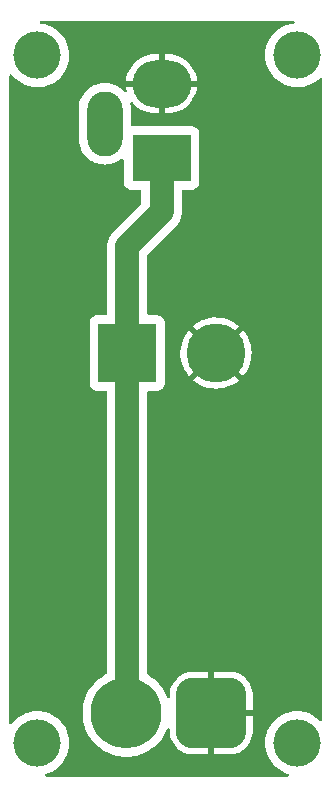
<source format=gbr>
%TF.GenerationSoftware,KiCad,Pcbnew,(6.0.8)*%
%TF.CreationDate,2023-01-13T10:11:11+02:00*%
%TF.ProjectId,xt60_adapter,78743630-5f61-4646-9170-7465722e6b69,rev?*%
%TF.SameCoordinates,Original*%
%TF.FileFunction,Copper,L2,Bot*%
%TF.FilePolarity,Positive*%
%FSLAX46Y46*%
G04 Gerber Fmt 4.6, Leading zero omitted, Abs format (unit mm)*
G04 Created by KiCad (PCBNEW (6.0.8)) date 2023-01-13 10:11:11*
%MOMM*%
%LPD*%
G01*
G04 APERTURE LIST*
G04 Aperture macros list*
%AMRoundRect*
0 Rectangle with rounded corners*
0 $1 Rounding radius*
0 $2 $3 $4 $5 $6 $7 $8 $9 X,Y pos of 4 corners*
0 Add a 4 corners polygon primitive as box body*
4,1,4,$2,$3,$4,$5,$6,$7,$8,$9,$2,$3,0*
0 Add four circle primitives for the rounded corners*
1,1,$1+$1,$2,$3*
1,1,$1+$1,$4,$5*
1,1,$1+$1,$6,$7*
1,1,$1+$1,$8,$9*
0 Add four rect primitives between the rounded corners*
20,1,$1+$1,$2,$3,$4,$5,0*
20,1,$1+$1,$4,$5,$6,$7,0*
20,1,$1+$1,$6,$7,$8,$9,0*
20,1,$1+$1,$8,$9,$2,$3,0*%
G04 Aperture macros list end*
%TA.AperFunction,ComponentPad*%
%ADD10R,5.000000X4.000000*%
%TD*%
%TA.AperFunction,ComponentPad*%
%ADD11O,5.000000X4.000000*%
%TD*%
%TA.AperFunction,ComponentPad*%
%ADD12O,3.000000X5.500000*%
%TD*%
%TA.AperFunction,ComponentPad*%
%ADD13R,5.000000X5.000000*%
%TD*%
%TA.AperFunction,ComponentPad*%
%ADD14C,5.000000*%
%TD*%
%TA.AperFunction,ComponentPad*%
%ADD15RoundRect,1.500000X1.500000X1.500000X-1.500000X1.500000X-1.500000X-1.500000X1.500000X-1.500000X0*%
%TD*%
%TA.AperFunction,ComponentPad*%
%ADD16C,6.000000*%
%TD*%
%TA.AperFunction,ViaPad*%
%ADD17C,4.000000*%
%TD*%
%TA.AperFunction,Conductor*%
%ADD18C,2.000000*%
%TD*%
%TA.AperFunction,Conductor*%
%ADD19C,0.250000*%
%TD*%
G04 APERTURE END LIST*
D10*
%TO.P,J1,1*%
%TO.N,Net-(C1-Pad1)*%
X103520000Y-59690000D03*
D11*
%TO.P,J1,2*%
%TO.N,GND*%
X103520000Y-53390000D03*
D12*
%TO.P,J1,3*%
%TO.N,unconnected-(J1-Pad3)*%
X98720000Y-56790000D03*
%TD*%
D13*
%TO.P,C1,1*%
%TO.N,Net-(C1-Pad1)*%
X100627246Y-76200000D03*
D14*
%TO.P,C1,2*%
%TO.N,GND*%
X108127246Y-76200000D03*
%TD*%
D15*
%TO.P,J2,1,Pin_1*%
%TO.N,GND*%
X107740000Y-106680000D03*
D16*
%TO.P,J2,2,Pin_2*%
%TO.N,Net-(C1-Pad1)*%
X100540000Y-106680000D03*
%TD*%
D17*
%TO.N,*%
X115000000Y-51000000D03*
X93000000Y-51000000D03*
X93000000Y-109220000D03*
X115000000Y-109220000D03*
%TD*%
D18*
%TO.N,Net-(C1-Pad1)*%
X100627246Y-76200000D02*
X100627246Y-106592754D01*
X103520000Y-64280000D02*
X100627246Y-67172754D01*
X100627246Y-67172754D02*
X100627246Y-76200000D01*
X103520000Y-59690000D02*
X103520000Y-64280000D01*
D19*
X100627246Y-106592754D02*
X100540000Y-106680000D01*
%TO.N,GND*%
X109550000Y-53350000D02*
X109510000Y-53390000D01*
X110000000Y-53800000D02*
X109550000Y-53350000D01*
X108127246Y-106292754D02*
X107740000Y-106680000D01*
%TD*%
%TA.AperFunction,Conductor*%
%TO.N,GND*%
G36*
X114738004Y-48082102D02*
G01*
X114784497Y-48135758D01*
X114794601Y-48206032D01*
X114765107Y-48270612D01*
X114705381Y-48308996D01*
X114689014Y-48312321D01*
X114689045Y-48312494D01*
X114368429Y-48369315D01*
X114364804Y-48370420D01*
X114364799Y-48370421D01*
X114163196Y-48431866D01*
X114056961Y-48464244D01*
X114053497Y-48465775D01*
X114053490Y-48465778D01*
X113869938Y-48546926D01*
X113759153Y-48595903D01*
X113755899Y-48597839D01*
X113755893Y-48597842D01*
X113733780Y-48610998D01*
X113479319Y-48762386D01*
X113221513Y-48961282D01*
X113218812Y-48963941D01*
X113218805Y-48963947D01*
X112992177Y-49187044D01*
X112989469Y-49189710D01*
X112987105Y-49192677D01*
X112987102Y-49192680D01*
X112830191Y-49389591D01*
X112786548Y-49444360D01*
X112615690Y-49721544D01*
X112479369Y-50017247D01*
X112478210Y-50020848D01*
X112478207Y-50020854D01*
X112469682Y-50047327D01*
X112379560Y-50327185D01*
X112378841Y-50330901D01*
X112378839Y-50330909D01*
X112318428Y-50643151D01*
X112318427Y-50643160D01*
X112317709Y-50646870D01*
X112317442Y-50650646D01*
X112317441Y-50650651D01*
X112299956Y-50897600D01*
X112294712Y-50971669D01*
X112310902Y-51296879D01*
X112311543Y-51300610D01*
X112311544Y-51300618D01*
X112356291Y-51561023D01*
X112366045Y-51617789D01*
X112367133Y-51621428D01*
X112367134Y-51621431D01*
X112390697Y-51700218D01*
X112459341Y-51929749D01*
X112589439Y-52228242D01*
X112754455Y-52508944D01*
X112756756Y-52511959D01*
X112949698Y-52764775D01*
X112949703Y-52764781D01*
X112951998Y-52767788D01*
X112954642Y-52770502D01*
X113163612Y-52985015D01*
X113179208Y-53001025D01*
X113432792Y-53205276D01*
X113436020Y-53207289D01*
X113683210Y-53361450D01*
X113709078Y-53377583D01*
X114004063Y-53515451D01*
X114039879Y-53527192D01*
X114307236Y-53614836D01*
X114313474Y-53616881D01*
X114632830Y-53680405D01*
X114636602Y-53680692D01*
X114636610Y-53680693D01*
X114953728Y-53704815D01*
X114953733Y-53704815D01*
X114957505Y-53705102D01*
X115282795Y-53690615D01*
X115603989Y-53637154D01*
X115916434Y-53545493D01*
X116215604Y-53416959D01*
X116218882Y-53415055D01*
X116218888Y-53415052D01*
X116382708Y-53319897D01*
X116497165Y-53253415D01*
X116757040Y-53057230D01*
X116926053Y-52894302D01*
X116988978Y-52861424D01*
X117059689Y-52867786D01*
X117115735Y-52911367D01*
X117139500Y-52985015D01*
X117139500Y-107236243D01*
X117119498Y-107304364D01*
X117065842Y-107350857D01*
X116995568Y-107360961D01*
X116930988Y-107331467D01*
X116924172Y-107325105D01*
X116802410Y-107202704D01*
X116799738Y-107200018D01*
X116631435Y-107067338D01*
X116547010Y-107000783D01*
X116544029Y-106998433D01*
X116265954Y-106829029D01*
X116147453Y-106775150D01*
X115972994Y-106695827D01*
X115972986Y-106695824D01*
X115969542Y-106694258D01*
X115659085Y-106596073D01*
X115517071Y-106569368D01*
X115342805Y-106536597D01*
X115342800Y-106536596D01*
X115339081Y-106535897D01*
X115014166Y-106514601D01*
X115010386Y-106514809D01*
X115010385Y-106514809D01*
X114913156Y-106520160D01*
X114689045Y-106532494D01*
X114685318Y-106533155D01*
X114685314Y-106533155D01*
X114426625Y-106579001D01*
X114368429Y-106589315D01*
X114364804Y-106590420D01*
X114364799Y-106590421D01*
X114163196Y-106651866D01*
X114056961Y-106684244D01*
X114053497Y-106685775D01*
X114053490Y-106685778D01*
X113869938Y-106766926D01*
X113759153Y-106815903D01*
X113755899Y-106817839D01*
X113755893Y-106817842D01*
X113530200Y-106952115D01*
X113479319Y-106982386D01*
X113221513Y-107181282D01*
X113218812Y-107183941D01*
X113218805Y-107183947D01*
X112992177Y-107407044D01*
X112989469Y-107409710D01*
X112987105Y-107412677D01*
X112987102Y-107412680D01*
X112830191Y-107609591D01*
X112786548Y-107664360D01*
X112615690Y-107941544D01*
X112479369Y-108237247D01*
X112478210Y-108240848D01*
X112478207Y-108240854D01*
X112442462Y-108351855D01*
X112379560Y-108547185D01*
X112378841Y-108550901D01*
X112378839Y-108550909D01*
X112318428Y-108863151D01*
X112318427Y-108863160D01*
X112317709Y-108866870D01*
X112317442Y-108870646D01*
X112317441Y-108870651D01*
X112294980Y-109187880D01*
X112294712Y-109191669D01*
X112310902Y-109516879D01*
X112311543Y-109520610D01*
X112311544Y-109520618D01*
X112338876Y-109679676D01*
X112366045Y-109837789D01*
X112367133Y-109841428D01*
X112367134Y-109841431D01*
X112434414Y-110066398D01*
X112459341Y-110149749D01*
X112460854Y-110153220D01*
X112460856Y-110153226D01*
X112527058Y-110305118D01*
X112589439Y-110448242D01*
X112754455Y-110728944D01*
X112756756Y-110731959D01*
X112949698Y-110984775D01*
X112949703Y-110984781D01*
X112951998Y-110987788D01*
X112954642Y-110990502D01*
X113163612Y-111205015D01*
X113179208Y-111221025D01*
X113432792Y-111425276D01*
X113709078Y-111597583D01*
X114004063Y-111735451D01*
X114007672Y-111736634D01*
X114242971Y-111813769D01*
X114301471Y-111853996D01*
X114328937Y-111919465D01*
X114316647Y-111989390D01*
X114268504Y-112041570D01*
X114203721Y-112059500D01*
X93791346Y-112059500D01*
X93723225Y-112039498D01*
X93676732Y-111985842D01*
X93666628Y-111915568D01*
X93696122Y-111850988D01*
X93755877Y-111812595D01*
X93916434Y-111765493D01*
X94215604Y-111636959D01*
X94218882Y-111635055D01*
X94218888Y-111635052D01*
X94382708Y-111539897D01*
X94497165Y-111473415D01*
X94757040Y-111277230D01*
X94926052Y-111114302D01*
X94988730Y-111053881D01*
X94988733Y-111053877D01*
X94991464Y-111051245D01*
X94993862Y-111048300D01*
X95194643Y-110801678D01*
X95194647Y-110801672D01*
X95197040Y-110798733D01*
X95370792Y-110523354D01*
X95510202Y-110229095D01*
X95613251Y-109920218D01*
X95678446Y-109601199D01*
X95704843Y-109276658D01*
X95705436Y-109220000D01*
X95701635Y-109156941D01*
X95686069Y-108898755D01*
X95686069Y-108898751D01*
X95685841Y-108894977D01*
X95681399Y-108870651D01*
X95628025Y-108578404D01*
X95627342Y-108574663D01*
X95530784Y-108263696D01*
X95397567Y-107966582D01*
X95229621Y-107687624D01*
X95227294Y-107684640D01*
X95227289Y-107684633D01*
X95031713Y-107433858D01*
X95031711Y-107433856D01*
X95029377Y-107430863D01*
X94799738Y-107200018D01*
X94631435Y-107067338D01*
X94547010Y-107000783D01*
X94544029Y-106998433D01*
X94265954Y-106829029D01*
X94147453Y-106775150D01*
X93972994Y-106695827D01*
X93972986Y-106695824D01*
X93969542Y-106694258D01*
X93659085Y-106596073D01*
X93517071Y-106569368D01*
X93342805Y-106536597D01*
X93342800Y-106536596D01*
X93339081Y-106535897D01*
X93014166Y-106514601D01*
X93010386Y-106514809D01*
X93010385Y-106514809D01*
X92913156Y-106520160D01*
X92689045Y-106532494D01*
X92685318Y-106533155D01*
X92685314Y-106533155D01*
X92426625Y-106579001D01*
X92368429Y-106589315D01*
X92364804Y-106590420D01*
X92364799Y-106590421D01*
X92163196Y-106651866D01*
X92056961Y-106684244D01*
X92053497Y-106685775D01*
X92053490Y-106685778D01*
X91869938Y-106766926D01*
X91759153Y-106815903D01*
X91755899Y-106817839D01*
X91755893Y-106817842D01*
X91530200Y-106952115D01*
X91479319Y-106982386D01*
X91221513Y-107181282D01*
X91218812Y-107183941D01*
X91218805Y-107183947D01*
X90992177Y-107407044D01*
X90989469Y-107409710D01*
X90987105Y-107412677D01*
X90987102Y-107412680D01*
X90865040Y-107565859D01*
X90806945Y-107606668D01*
X90736008Y-107609591D01*
X90674753Y-107573698D01*
X90642626Y-107510386D01*
X90640500Y-107487336D01*
X90640500Y-58114151D01*
X96519500Y-58114151D01*
X96533948Y-58331682D01*
X96591728Y-58618239D01*
X96686900Y-58894637D01*
X96817791Y-59156020D01*
X96982101Y-59397795D01*
X97176945Y-59615716D01*
X97398898Y-59805953D01*
X97402400Y-59808227D01*
X97402401Y-59808228D01*
X97575090Y-59920373D01*
X97644062Y-59965164D01*
X97908129Y-60090552D01*
X97912112Y-60091831D01*
X97912115Y-60091832D01*
X98072373Y-60143285D01*
X98186459Y-60179914D01*
X98312148Y-60202529D01*
X98470060Y-60230943D01*
X98470066Y-60230944D01*
X98474164Y-60231681D01*
X98636515Y-60239053D01*
X98762017Y-60244752D01*
X98762022Y-60244752D01*
X98766187Y-60244941D01*
X98770335Y-60244578D01*
X98770340Y-60244578D01*
X98887410Y-60234336D01*
X99057399Y-60219464D01*
X99247144Y-60177051D01*
X99338595Y-60156609D01*
X99338598Y-60156608D01*
X99342683Y-60155695D01*
X99346608Y-60154251D01*
X99346611Y-60154250D01*
X99519736Y-60090552D01*
X99617027Y-60054756D01*
X99620715Y-60052812D01*
X99620723Y-60052808D01*
X99871908Y-59920373D01*
X99871909Y-59920372D01*
X99875612Y-59918420D01*
X100113893Y-59749082D01*
X100114568Y-59748453D01*
X100179293Y-59721195D01*
X100249234Y-59733388D01*
X100301481Y-59781459D01*
X100319500Y-59846391D01*
X100319501Y-61745992D01*
X100319764Y-61748850D01*
X100319764Y-61748859D01*
X100323015Y-61784243D01*
X100326171Y-61818594D01*
X100376873Y-61980383D01*
X100464703Y-62125408D01*
X100584592Y-62245297D01*
X100729617Y-62333127D01*
X100736864Y-62335398D01*
X100736866Y-62335399D01*
X100802106Y-62355844D01*
X100891406Y-62383829D01*
X100964007Y-62390500D01*
X101693500Y-62390500D01*
X101761621Y-62410502D01*
X101808114Y-62464158D01*
X101819500Y-62516500D01*
X101819500Y-63523440D01*
X101799498Y-63591561D01*
X101782595Y-63612535D01*
X99450875Y-65944255D01*
X99336188Y-66058343D01*
X99333346Y-66062191D01*
X99333345Y-66062192D01*
X99299127Y-66108520D01*
X99293372Y-66115742D01*
X99252732Y-66163073D01*
X99250207Y-66167122D01*
X99250198Y-66167134D01*
X99222249Y-66211950D01*
X99216698Y-66220120D01*
X99182476Y-66266452D01*
X99180250Y-66270683D01*
X99180245Y-66270691D01*
X99153433Y-66321654D01*
X99148846Y-66329648D01*
X99115822Y-66382600D01*
X99113932Y-66386998D01*
X99113932Y-66386999D01*
X99093083Y-66435527D01*
X99088823Y-66444458D01*
X99062012Y-66495417D01*
X99060453Y-66499933D01*
X99060450Y-66499939D01*
X99041658Y-66554362D01*
X99038327Y-66562974D01*
X99013693Y-66620311D01*
X99012490Y-66624946D01*
X99012489Y-66624949D01*
X98999223Y-66676064D01*
X98996363Y-66685536D01*
X98977567Y-66739969D01*
X98976708Y-66744675D01*
X98976707Y-66744677D01*
X98966358Y-66801342D01*
X98964367Y-66810357D01*
X98950721Y-66862936D01*
X98948697Y-66870735D01*
X98948210Y-66875489D01*
X98942828Y-66928020D01*
X98941434Y-66937814D01*
X98931085Y-66994480D01*
X98926746Y-67077273D01*
X98926746Y-67078945D01*
X98926703Y-67080578D01*
X98926642Y-67080576D01*
X98926090Y-67091380D01*
X98922327Y-67128109D01*
X98922565Y-67132890D01*
X98922565Y-67132891D01*
X98926590Y-67213747D01*
X98926746Y-67220011D01*
X98926746Y-72873501D01*
X98906744Y-72941622D01*
X98853088Y-72988115D01*
X98800746Y-72999501D01*
X98071254Y-72999501D01*
X98068396Y-72999764D01*
X98068387Y-72999764D01*
X98033003Y-73003015D01*
X97998652Y-73006171D01*
X97992274Y-73008170D01*
X97992273Y-73008170D01*
X97844112Y-73054601D01*
X97844110Y-73054602D01*
X97836863Y-73056873D01*
X97691838Y-73144703D01*
X97571949Y-73264592D01*
X97484119Y-73409617D01*
X97433417Y-73571406D01*
X97426746Y-73644007D01*
X97426747Y-78755992D01*
X97427010Y-78758850D01*
X97427010Y-78758859D01*
X97430261Y-78794243D01*
X97433417Y-78828594D01*
X97435416Y-78834972D01*
X97435416Y-78834973D01*
X97459237Y-78910984D01*
X97484119Y-78990383D01*
X97571949Y-79135408D01*
X97691838Y-79255297D01*
X97836863Y-79343127D01*
X97844110Y-79345398D01*
X97844112Y-79345399D01*
X97909352Y-79365844D01*
X97998652Y-79393829D01*
X98071253Y-79400500D01*
X98800746Y-79400500D01*
X98868867Y-79420502D01*
X98915360Y-79474158D01*
X98926746Y-79526500D01*
X98926746Y-103271613D01*
X98906744Y-103339734D01*
X98857950Y-103383879D01*
X98687211Y-103470875D01*
X98361916Y-103682124D01*
X98060484Y-103926219D01*
X97786219Y-104200484D01*
X97542124Y-104501916D01*
X97330875Y-104827211D01*
X97154786Y-105172806D01*
X97015786Y-105534913D01*
X96915398Y-105909567D01*
X96854722Y-106292662D01*
X96834422Y-106680000D01*
X96854722Y-107067338D01*
X96915398Y-107450433D01*
X97015786Y-107825087D01*
X97016971Y-107828175D01*
X97016972Y-107828177D01*
X97059250Y-107938314D01*
X97154786Y-108187194D01*
X97330875Y-108532789D01*
X97542124Y-108858084D01*
X97786219Y-109159516D01*
X98060484Y-109433781D01*
X98361916Y-109677876D01*
X98687211Y-109889125D01*
X99032806Y-110065214D01*
X99227687Y-110140022D01*
X99352672Y-110187999D01*
X99394913Y-110204214D01*
X99769567Y-110304602D01*
X99973201Y-110336854D01*
X100149414Y-110364764D01*
X100149422Y-110364765D01*
X100152662Y-110365278D01*
X100540000Y-110385578D01*
X100927338Y-110365278D01*
X100930578Y-110364765D01*
X100930586Y-110364764D01*
X101106799Y-110336854D01*
X101310433Y-110304602D01*
X101685087Y-110204214D01*
X101727329Y-110187999D01*
X101852313Y-110140022D01*
X102047194Y-110065214D01*
X102392789Y-109889125D01*
X102718084Y-109677876D01*
X103019516Y-109433781D01*
X103293781Y-109159516D01*
X103537876Y-108858084D01*
X103749125Y-108532789D01*
X103925214Y-108187194D01*
X103988370Y-108022667D01*
X104031456Y-107966239D01*
X104098209Y-107942062D01*
X104167436Y-107957813D01*
X104217158Y-108008491D01*
X104232001Y-108067821D01*
X104232001Y-108290915D01*
X104232061Y-108293672D01*
X104234601Y-108351855D01*
X104235317Y-108358972D01*
X104277999Y-108628453D01*
X104279978Y-108637023D01*
X104359504Y-108897143D01*
X104362655Y-108905353D01*
X104477613Y-109151882D01*
X104481876Y-109159572D01*
X104630024Y-109387700D01*
X104635314Y-109394719D01*
X104813783Y-109600024D01*
X104819976Y-109606217D01*
X105025281Y-109784686D01*
X105032300Y-109789976D01*
X105260428Y-109938124D01*
X105268118Y-109942387D01*
X105514647Y-110057345D01*
X105522857Y-110060496D01*
X105782977Y-110140022D01*
X105791547Y-110142001D01*
X106061044Y-110184685D01*
X106068128Y-110185399D01*
X106126331Y-110187940D01*
X106129083Y-110188000D01*
X107467885Y-110188000D01*
X107483124Y-110183525D01*
X107484329Y-110182135D01*
X107486000Y-110174452D01*
X107486000Y-110169884D01*
X107994000Y-110169884D01*
X107998475Y-110185123D01*
X107999865Y-110186328D01*
X108007548Y-110187999D01*
X109350915Y-110187999D01*
X109353672Y-110187939D01*
X109411855Y-110185399D01*
X109418972Y-110184683D01*
X109688453Y-110142001D01*
X109697023Y-110140022D01*
X109957143Y-110060496D01*
X109965353Y-110057345D01*
X110211882Y-109942387D01*
X110219572Y-109938124D01*
X110447700Y-109789976D01*
X110454719Y-109784686D01*
X110660024Y-109606217D01*
X110666217Y-109600024D01*
X110844686Y-109394719D01*
X110849976Y-109387700D01*
X110998124Y-109159572D01*
X111002387Y-109151882D01*
X111117345Y-108905353D01*
X111120496Y-108897143D01*
X111200022Y-108637023D01*
X111202001Y-108628453D01*
X111244685Y-108358956D01*
X111245399Y-108351872D01*
X111247940Y-108293669D01*
X111248000Y-108290917D01*
X111248000Y-106952115D01*
X111243525Y-106936876D01*
X111242135Y-106935671D01*
X111234452Y-106934000D01*
X108012115Y-106934000D01*
X107996876Y-106938475D01*
X107995671Y-106939865D01*
X107994000Y-106947548D01*
X107994000Y-110169884D01*
X107486000Y-110169884D01*
X107486000Y-106407885D01*
X107994000Y-106407885D01*
X107998475Y-106423124D01*
X107999865Y-106424329D01*
X108007548Y-106426000D01*
X111229884Y-106426000D01*
X111245123Y-106421525D01*
X111246328Y-106420135D01*
X111247999Y-106412452D01*
X111247999Y-105069086D01*
X111247939Y-105066328D01*
X111245399Y-105008145D01*
X111244683Y-105001028D01*
X111202001Y-104731547D01*
X111200022Y-104722977D01*
X111120496Y-104462857D01*
X111117345Y-104454647D01*
X111002387Y-104208118D01*
X110998124Y-104200428D01*
X110849976Y-103972300D01*
X110844686Y-103965281D01*
X110666217Y-103759976D01*
X110660024Y-103753783D01*
X110454719Y-103575314D01*
X110447700Y-103570024D01*
X110219572Y-103421876D01*
X110211882Y-103417613D01*
X109965353Y-103302655D01*
X109957143Y-103299504D01*
X109697023Y-103219978D01*
X109688453Y-103217999D01*
X109418956Y-103175315D01*
X109411872Y-103174601D01*
X109353669Y-103172060D01*
X109350917Y-103172000D01*
X108012115Y-103172000D01*
X107996876Y-103176475D01*
X107995671Y-103177865D01*
X107994000Y-103185548D01*
X107994000Y-106407885D01*
X107486000Y-106407885D01*
X107486000Y-103190116D01*
X107481525Y-103174877D01*
X107480135Y-103173672D01*
X107472452Y-103172001D01*
X106129086Y-103172001D01*
X106126328Y-103172061D01*
X106068145Y-103174601D01*
X106061028Y-103175317D01*
X105791547Y-103217999D01*
X105782977Y-103219978D01*
X105522857Y-103299504D01*
X105514647Y-103302655D01*
X105268118Y-103417613D01*
X105260428Y-103421876D01*
X105032300Y-103570024D01*
X105025281Y-103575314D01*
X104819976Y-103753783D01*
X104813783Y-103759976D01*
X104635314Y-103965281D01*
X104630024Y-103972300D01*
X104481876Y-104200428D01*
X104477613Y-104208118D01*
X104362655Y-104454647D01*
X104359504Y-104462857D01*
X104279978Y-104722977D01*
X104277999Y-104731547D01*
X104235315Y-105001044D01*
X104234601Y-105008128D01*
X104232060Y-105066331D01*
X104232000Y-105069083D01*
X104232000Y-105292176D01*
X104211998Y-105360297D01*
X104158342Y-105406790D01*
X104088068Y-105416894D01*
X104023488Y-105387400D01*
X103988369Y-105337330D01*
X103926398Y-105175891D01*
X103925214Y-105172806D01*
X103749125Y-104827211D01*
X103537876Y-104501916D01*
X103293781Y-104200484D01*
X103019516Y-103926219D01*
X102718084Y-103682124D01*
X102545465Y-103570024D01*
X102395563Y-103472676D01*
X102395557Y-103472672D01*
X102392789Y-103470875D01*
X102390633Y-103469776D01*
X102341753Y-103418514D01*
X102327746Y-103360776D01*
X102327746Y-79526499D01*
X102347748Y-79458378D01*
X102401404Y-79411885D01*
X102453746Y-79400499D01*
X103183238Y-79400499D01*
X103186096Y-79400236D01*
X103186105Y-79400236D01*
X103221489Y-79396985D01*
X103255840Y-79393829D01*
X103262225Y-79391828D01*
X103410380Y-79345399D01*
X103410382Y-79345398D01*
X103417629Y-79343127D01*
X103562654Y-79255297D01*
X103682543Y-79135408D01*
X103770373Y-78990383D01*
X103821075Y-78828594D01*
X103827746Y-78755993D01*
X103827746Y-78501681D01*
X106191106Y-78501681D01*
X106191124Y-78501933D01*
X106197039Y-78510677D01*
X106228357Y-78539174D01*
X106233994Y-78543738D01*
X106509790Y-78741918D01*
X106515928Y-78745813D01*
X106812681Y-78910984D01*
X106819201Y-78914136D01*
X107132984Y-79044109D01*
X107139835Y-79046495D01*
X107466458Y-79139536D01*
X107473547Y-79141120D01*
X107808711Y-79196006D01*
X107815917Y-79196763D01*
X108155172Y-79212762D01*
X108162422Y-79212686D01*
X108501256Y-79189587D01*
X108508465Y-79188676D01*
X108842406Y-79126784D01*
X108849436Y-79125057D01*
X109174065Y-79025187D01*
X109180843Y-79022667D01*
X109491849Y-78886145D01*
X109498289Y-78882864D01*
X109791539Y-78711502D01*
X109797572Y-78707493D01*
X110056074Y-78513405D01*
X110064528Y-78502078D01*
X110057783Y-78489748D01*
X108140056Y-76572020D01*
X108126115Y-76564408D01*
X108124280Y-76564539D01*
X108117666Y-76568790D01*
X106198720Y-78487737D01*
X106191106Y-78501681D01*
X103827746Y-78501681D01*
X103827745Y-76108987D01*
X105115730Y-76108987D01*
X105124620Y-76448505D01*
X105125226Y-76455721D01*
X105173081Y-76791963D01*
X105174515Y-76799074D01*
X105260701Y-77127595D01*
X105262938Y-77134478D01*
X105386310Y-77450914D01*
X105389327Y-77457503D01*
X105548248Y-77757652D01*
X105552007Y-77763860D01*
X105744375Y-78043757D01*
X105748820Y-78049486D01*
X105815989Y-78126484D01*
X105829163Y-78134888D01*
X105839015Y-78129020D01*
X107755226Y-76212810D01*
X107761603Y-76201131D01*
X108491654Y-76201131D01*
X108491785Y-76202966D01*
X108496036Y-76209580D01*
X110413514Y-78127057D01*
X110426868Y-78134349D01*
X110436840Y-78127295D01*
X110543887Y-77999267D01*
X110548203Y-77993456D01*
X110734678Y-77709575D01*
X110738292Y-77703313D01*
X110890904Y-77399882D01*
X110893776Y-77393244D01*
X111010495Y-77074293D01*
X111012591Y-77067351D01*
X111091877Y-76737103D01*
X111093161Y-76729964D01*
X111134062Y-76391973D01*
X111134486Y-76386403D01*
X111140256Y-76202797D01*
X111140183Y-76197204D01*
X111120584Y-75857303D01*
X111119752Y-75850113D01*
X111061359Y-75515529D01*
X111059704Y-75508474D01*
X110963244Y-75182834D01*
X110960786Y-75176006D01*
X110827536Y-74863608D01*
X110824319Y-74857125D01*
X110656034Y-74562089D01*
X110652102Y-74556034D01*
X110451020Y-74282295D01*
X110446412Y-74276726D01*
X110441076Y-74270984D01*
X110427424Y-74262866D01*
X110426816Y-74262887D01*
X110418338Y-74268119D01*
X108499266Y-76187190D01*
X108491654Y-76201131D01*
X107761603Y-76201131D01*
X107762838Y-76198869D01*
X107762707Y-76197034D01*
X107758456Y-76190420D01*
X105839620Y-74271585D01*
X105826827Y-74264599D01*
X105816073Y-74272464D01*
X105655283Y-74477527D01*
X105651148Y-74483476D01*
X105473686Y-74773068D01*
X105470265Y-74779447D01*
X105327262Y-75087522D01*
X105324602Y-75094241D01*
X105217957Y-75416707D01*
X105216080Y-75423711D01*
X105147207Y-75756288D01*
X105146150Y-75763449D01*
X105115958Y-76101735D01*
X105115730Y-76108987D01*
X103827745Y-76108987D01*
X103827745Y-73901048D01*
X106192378Y-73901048D01*
X106198773Y-73912316D01*
X108114436Y-75827980D01*
X108128377Y-75835592D01*
X108130212Y-75835461D01*
X108136826Y-75831210D01*
X110054320Y-73913716D01*
X110061712Y-73900179D01*
X110054925Y-73890479D01*
X109951722Y-73802335D01*
X109945950Y-73797953D01*
X109664042Y-73608519D01*
X109657821Y-73604839D01*
X109356003Y-73449060D01*
X109349392Y-73446116D01*
X109031685Y-73326065D01*
X109024759Y-73323894D01*
X108695358Y-73241155D01*
X108688251Y-73239799D01*
X108351524Y-73195468D01*
X108344282Y-73194937D01*
X108004713Y-73189602D01*
X107997451Y-73189906D01*
X107659502Y-73223638D01*
X107652354Y-73224770D01*
X107320509Y-73297124D01*
X107313531Y-73299072D01*
X106992206Y-73409086D01*
X106985499Y-73411823D01*
X106678953Y-73558039D01*
X106672595Y-73561534D01*
X106384900Y-73742005D01*
X106378977Y-73746214D01*
X106200847Y-73888923D01*
X106192378Y-73901048D01*
X103827745Y-73901048D01*
X103827745Y-73644008D01*
X103827480Y-73641116D01*
X103821686Y-73578060D01*
X103821075Y-73571406D01*
X103770373Y-73409617D01*
X103682543Y-73264592D01*
X103562654Y-73144703D01*
X103417629Y-73056873D01*
X103410382Y-73054602D01*
X103410380Y-73054601D01*
X103345140Y-73034156D01*
X103255840Y-73006171D01*
X103183239Y-72999500D01*
X102453746Y-72999500D01*
X102385625Y-72979498D01*
X102339132Y-72925842D01*
X102327746Y-72873500D01*
X102327746Y-67929314D01*
X102347748Y-67861193D01*
X102364651Y-67840219D01*
X104696371Y-65508499D01*
X104807663Y-65397788D01*
X104811058Y-65394411D01*
X104848120Y-65344233D01*
X104853875Y-65337011D01*
X104891401Y-65293307D01*
X104891403Y-65293304D01*
X104894514Y-65289681D01*
X104897039Y-65285632D01*
X104897048Y-65285620D01*
X104924997Y-65240804D01*
X104930548Y-65232634D01*
X104964770Y-65186302D01*
X104966996Y-65182071D01*
X104967001Y-65182063D01*
X104993813Y-65131100D01*
X104998400Y-65123106D01*
X105031424Y-65070154D01*
X105054163Y-65017226D01*
X105058423Y-65008296D01*
X105083007Y-64961570D01*
X105083007Y-64961569D01*
X105085234Y-64957337D01*
X105086793Y-64952821D01*
X105086796Y-64952815D01*
X105105588Y-64898392D01*
X105108919Y-64889780D01*
X105131663Y-64836841D01*
X105133553Y-64832443D01*
X105148023Y-64776689D01*
X105150883Y-64767217D01*
X105168115Y-64717313D01*
X105169679Y-64712785D01*
X105180888Y-64651412D01*
X105182879Y-64642397D01*
X105197347Y-64586650D01*
X105198549Y-64582019D01*
X105204418Y-64524731D01*
X105205812Y-64514938D01*
X105215436Y-64462241D01*
X105216161Y-64458274D01*
X105220500Y-64375481D01*
X105220500Y-64373809D01*
X105220543Y-64372176D01*
X105220604Y-64372178D01*
X105221156Y-64361371D01*
X105224431Y-64329404D01*
X105224919Y-64324645D01*
X105220656Y-64239007D01*
X105220500Y-64232743D01*
X105220500Y-62516499D01*
X105240502Y-62448378D01*
X105294158Y-62401885D01*
X105346500Y-62390499D01*
X106075992Y-62390499D01*
X106078850Y-62390236D01*
X106078859Y-62390236D01*
X106114243Y-62386985D01*
X106148594Y-62383829D01*
X106154979Y-62381828D01*
X106303134Y-62335399D01*
X106303136Y-62335398D01*
X106310383Y-62333127D01*
X106455408Y-62245297D01*
X106575297Y-62125408D01*
X106663127Y-61980383D01*
X106713829Y-61818594D01*
X106720500Y-61745993D01*
X106720499Y-57634008D01*
X106713829Y-57561406D01*
X106663127Y-57399617D01*
X106575297Y-57254592D01*
X106455408Y-57134703D01*
X106310383Y-57046873D01*
X106303136Y-57044602D01*
X106303134Y-57044601D01*
X106237894Y-57024156D01*
X106148594Y-56996171D01*
X106075993Y-56989500D01*
X105902500Y-56989500D01*
X101046500Y-56989501D01*
X100978379Y-56969499D01*
X100931886Y-56915843D01*
X100920500Y-56863501D01*
X100920500Y-55465849D01*
X100918128Y-55430128D01*
X100906329Y-55252489D01*
X100906052Y-55248318D01*
X100879037Y-55114339D01*
X100885180Y-55043610D01*
X100928587Y-54987429D01*
X100995477Y-54963634D01*
X101064614Y-54979780D01*
X101094401Y-55003182D01*
X101297046Y-55218977D01*
X101302813Y-55224393D01*
X101539868Y-55420502D01*
X101546271Y-55425153D01*
X101806026Y-55589999D01*
X101812959Y-55593811D01*
X102091328Y-55724801D01*
X102098691Y-55727716D01*
X102391277Y-55822783D01*
X102398954Y-55824754D01*
X102701145Y-55882400D01*
X102709006Y-55883393D01*
X102939180Y-55897874D01*
X102943171Y-55898000D01*
X103247885Y-55898000D01*
X103263124Y-55893525D01*
X103264329Y-55892135D01*
X103266000Y-55884452D01*
X103266000Y-55879885D01*
X103774000Y-55879885D01*
X103778475Y-55895124D01*
X103779865Y-55896329D01*
X103787548Y-55898000D01*
X104096829Y-55898000D01*
X104100820Y-55897874D01*
X104330994Y-55883393D01*
X104338855Y-55882400D01*
X104641046Y-55824754D01*
X104648723Y-55822783D01*
X104941309Y-55727716D01*
X104948672Y-55724801D01*
X105227041Y-55593811D01*
X105233974Y-55589999D01*
X105493729Y-55425153D01*
X105500132Y-55420502D01*
X105737187Y-55224393D01*
X105742954Y-55218977D01*
X105953557Y-54994707D01*
X105958596Y-54988616D01*
X106139430Y-54739719D01*
X106143670Y-54733039D01*
X106291890Y-54463428D01*
X106295247Y-54456293D01*
X106408508Y-54170230D01*
X106410953Y-54162704D01*
X106487462Y-53864721D01*
X106488945Y-53856950D01*
X106513575Y-53661974D01*
X106511272Y-53647694D01*
X106498280Y-53644000D01*
X103792115Y-53644000D01*
X103776876Y-53648475D01*
X103775671Y-53649865D01*
X103774000Y-53657548D01*
X103774000Y-55879885D01*
X103266000Y-55879885D01*
X103266000Y-53662115D01*
X103261525Y-53646876D01*
X103260135Y-53645671D01*
X103252452Y-53644000D01*
X100542269Y-53644000D01*
X100528392Y-53648075D01*
X100526355Y-53661426D01*
X100551055Y-53856950D01*
X100552535Y-53864706D01*
X100576478Y-53957959D01*
X100574045Y-54028914D01*
X100533637Y-54087290D01*
X100468084Y-54114553D01*
X100398197Y-54102047D01*
X100360506Y-54073277D01*
X100265840Y-53967399D01*
X100263055Y-53964284D01*
X100041102Y-53774047D01*
X99871652Y-53664005D01*
X99799437Y-53617108D01*
X99799434Y-53617106D01*
X99795938Y-53614836D01*
X99531871Y-53489448D01*
X99527888Y-53488169D01*
X99527885Y-53488168D01*
X99328974Y-53424305D01*
X99253541Y-53400086D01*
X99117289Y-53375570D01*
X98969940Y-53349057D01*
X98969934Y-53349056D01*
X98965836Y-53348319D01*
X98803485Y-53340947D01*
X98677983Y-53335248D01*
X98677978Y-53335248D01*
X98673813Y-53335059D01*
X98669665Y-53335422D01*
X98669660Y-53335422D01*
X98552590Y-53345664D01*
X98382601Y-53360536D01*
X98208972Y-53399347D01*
X98101405Y-53423391D01*
X98101402Y-53423392D01*
X98097317Y-53424305D01*
X98093392Y-53425749D01*
X98093389Y-53425750D01*
X97975111Y-53469268D01*
X97822973Y-53525244D01*
X97819285Y-53527188D01*
X97819277Y-53527192D01*
X97572035Y-53657548D01*
X97564388Y-53661580D01*
X97326107Y-53830918D01*
X97112314Y-54030283D01*
X96926767Y-54256171D01*
X96772725Y-54504616D01*
X96652895Y-54771250D01*
X96651701Y-54775256D01*
X96570572Y-55047394D01*
X96570570Y-55047402D01*
X96569381Y-55051391D01*
X96568729Y-55055508D01*
X96568728Y-55055512D01*
X96524201Y-55336649D01*
X96523652Y-55340117D01*
X96523493Y-55343629D01*
X96520002Y-55420502D01*
X96519500Y-55431547D01*
X96519500Y-58114151D01*
X90640500Y-58114151D01*
X90640500Y-52732414D01*
X90660502Y-52664293D01*
X90714158Y-52617800D01*
X90784432Y-52607696D01*
X90849012Y-52637190D01*
X90866663Y-52655972D01*
X90951998Y-52767788D01*
X90954642Y-52770502D01*
X91163612Y-52985015D01*
X91179208Y-53001025D01*
X91432792Y-53205276D01*
X91436020Y-53207289D01*
X91683210Y-53361450D01*
X91709078Y-53377583D01*
X92004063Y-53515451D01*
X92039879Y-53527192D01*
X92307236Y-53614836D01*
X92313474Y-53616881D01*
X92632830Y-53680405D01*
X92636602Y-53680692D01*
X92636610Y-53680693D01*
X92953728Y-53704815D01*
X92953733Y-53704815D01*
X92957505Y-53705102D01*
X93282795Y-53690615D01*
X93603989Y-53637154D01*
X93916434Y-53545493D01*
X94215604Y-53416959D01*
X94218882Y-53415055D01*
X94218888Y-53415052D01*
X94382708Y-53319897D01*
X94497165Y-53253415D01*
X94676507Y-53118026D01*
X100526425Y-53118026D01*
X100528728Y-53132306D01*
X100541720Y-53136000D01*
X103247885Y-53136000D01*
X103263124Y-53131525D01*
X103264329Y-53130135D01*
X103266000Y-53122452D01*
X103266000Y-53117885D01*
X103774000Y-53117885D01*
X103778475Y-53133124D01*
X103779865Y-53134329D01*
X103787548Y-53136000D01*
X106497731Y-53136000D01*
X106511608Y-53131925D01*
X106513645Y-53118574D01*
X106488945Y-52923050D01*
X106487462Y-52915279D01*
X106410953Y-52617296D01*
X106408508Y-52609770D01*
X106295247Y-52323707D01*
X106291890Y-52316572D01*
X106143670Y-52046961D01*
X106139430Y-52040281D01*
X105958596Y-51791384D01*
X105953557Y-51785293D01*
X105742954Y-51561023D01*
X105737187Y-51555607D01*
X105500132Y-51359498D01*
X105493729Y-51354847D01*
X105233974Y-51190001D01*
X105227041Y-51186189D01*
X104948672Y-51055199D01*
X104941309Y-51052284D01*
X104648723Y-50957217D01*
X104641046Y-50955246D01*
X104338855Y-50897600D01*
X104330994Y-50896607D01*
X104100820Y-50882126D01*
X104096829Y-50882000D01*
X103792115Y-50882000D01*
X103776876Y-50886475D01*
X103775671Y-50887865D01*
X103774000Y-50895548D01*
X103774000Y-53117885D01*
X103266000Y-53117885D01*
X103266000Y-50900115D01*
X103261525Y-50884876D01*
X103260135Y-50883671D01*
X103252452Y-50882000D01*
X102943171Y-50882000D01*
X102939180Y-50882126D01*
X102709006Y-50896607D01*
X102701145Y-50897600D01*
X102398954Y-50955246D01*
X102391277Y-50957217D01*
X102098691Y-51052284D01*
X102091328Y-51055199D01*
X101812959Y-51186189D01*
X101806026Y-51190001D01*
X101546271Y-51354847D01*
X101539868Y-51359498D01*
X101302813Y-51555607D01*
X101297046Y-51561023D01*
X101086443Y-51785293D01*
X101081404Y-51791384D01*
X100900570Y-52040281D01*
X100896330Y-52046961D01*
X100748110Y-52316572D01*
X100744753Y-52323707D01*
X100631492Y-52609770D01*
X100629047Y-52617296D01*
X100552538Y-52915279D01*
X100551055Y-52923050D01*
X100526425Y-53118026D01*
X94676507Y-53118026D01*
X94757040Y-53057230D01*
X94926052Y-52894302D01*
X94988730Y-52833881D01*
X94988733Y-52833877D01*
X94991464Y-52831245D01*
X94993862Y-52828300D01*
X95194643Y-52581678D01*
X95194647Y-52581672D01*
X95197040Y-52578733D01*
X95370792Y-52303354D01*
X95510202Y-52009095D01*
X95613251Y-51700218D01*
X95678446Y-51381199D01*
X95704843Y-51056658D01*
X95705436Y-51000000D01*
X95698496Y-50884876D01*
X95686069Y-50678755D01*
X95686069Y-50678751D01*
X95685841Y-50674977D01*
X95681399Y-50650651D01*
X95628025Y-50358404D01*
X95627342Y-50354663D01*
X95530784Y-50043696D01*
X95397567Y-49746582D01*
X95229621Y-49467624D01*
X95227294Y-49464640D01*
X95227289Y-49464633D01*
X95031713Y-49213858D01*
X95031711Y-49213856D01*
X95029377Y-49210863D01*
X94799738Y-48980018D01*
X94544029Y-48778433D01*
X94265954Y-48609029D01*
X94147453Y-48555150D01*
X93972994Y-48475827D01*
X93972986Y-48475824D01*
X93969542Y-48474258D01*
X93659085Y-48376073D01*
X93517071Y-48349368D01*
X93342805Y-48316597D01*
X93342800Y-48316596D01*
X93339081Y-48315897D01*
X93307545Y-48313830D01*
X93240878Y-48289416D01*
X93197994Y-48232834D01*
X93192508Y-48162050D01*
X93226162Y-48099536D01*
X93288271Y-48065141D01*
X93315786Y-48062100D01*
X114669883Y-48062100D01*
X114738004Y-48082102D01*
G37*
%TD.AperFunction*%
%TD*%
M02*

</source>
